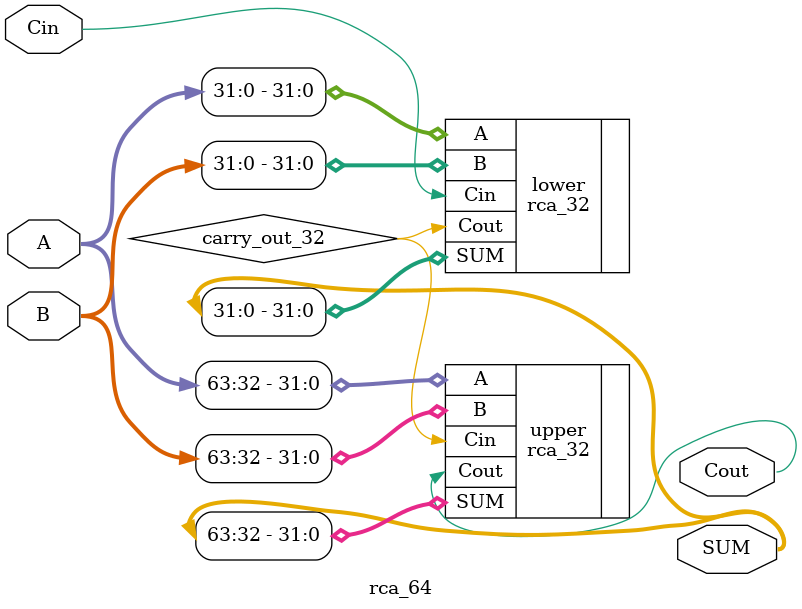
<source format=v>
module rca_64(
    input [63:0] A,
    input [63:0] B,
    input Cin,
    output [63:0] SUM,
    output Cout
);
    wire carry_out_32;

    rca_32 lower(
        .A(A[31:0]),
        .B(B[31:0]),
        .Cin(Cin),
        .SUM(SUM[31:0]),
        .Cout(carry_out_32)
    );

    rca_32 upper(
        .A(A[63:32]),
        .B(B[63:32]),
        .Cin(carry_out_32),
        .SUM(SUM[63:32]),
        .Cout(Cout)
    );
endmodule

</source>
